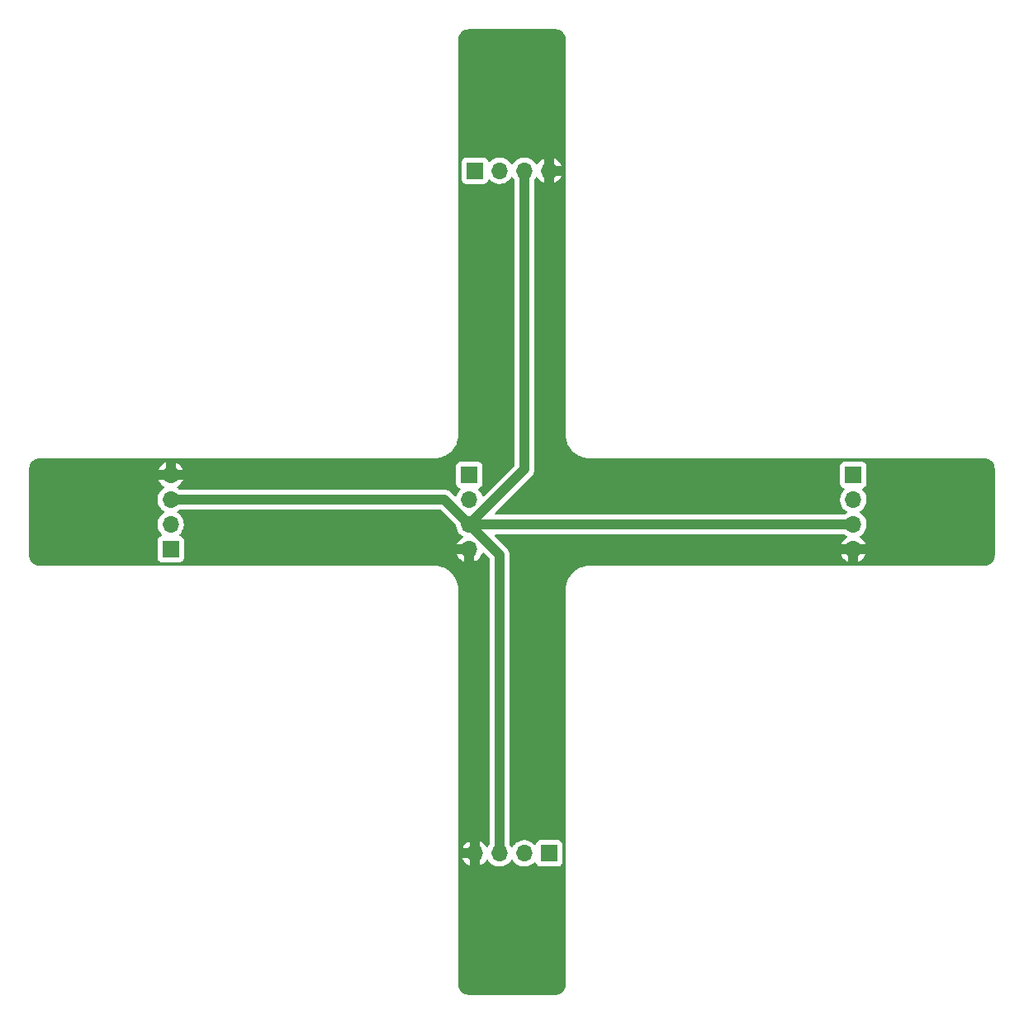
<source format=gbr>
%TF.GenerationSoftware,KiCad,Pcbnew,(6.0.0)*%
%TF.CreationDate,2022-11-17T23:24:07+01:00*%
%TF.ProjectId,Mora,4d6f7261-2e6b-4696-9361-645f70636258,rev?*%
%TF.SameCoordinates,Original*%
%TF.FileFunction,Copper,L2,Bot*%
%TF.FilePolarity,Positive*%
%FSLAX46Y46*%
G04 Gerber Fmt 4.6, Leading zero omitted, Abs format (unit mm)*
G04 Created by KiCad (PCBNEW (6.0.0)) date 2022-11-17 23:24:07*
%MOMM*%
%LPD*%
G01*
G04 APERTURE LIST*
%TA.AperFunction,ComponentPad*%
%ADD10R,1.700000X1.700000*%
%TD*%
%TA.AperFunction,ComponentPad*%
%ADD11O,1.700000X1.700000*%
%TD*%
%TA.AperFunction,Conductor*%
%ADD12C,1.000000*%
%TD*%
G04 APERTURE END LIST*
D10*
%TO.P,M5,1,PWM*%
%TO.N,Net-(M1-Pad1)*%
X134199999Y-43000000D03*
D11*
%TO.P,M5,2,Tacho*%
%TO.N,unconnected-(M5-Pad2)*%
X136739999Y-43000000D03*
%TO.P,M5,3,12V*%
%TO.N,+12V*%
X139279999Y-43000000D03*
%TO.P,M5,4,GND*%
%TO.N,GND*%
X141819999Y-43000000D03*
%TD*%
D10*
%TO.P,M4,1,PWM*%
%TO.N,Net-(M1-Pad1)*%
X102999999Y-81800000D03*
D11*
%TO.P,M4,2,Tacho*%
%TO.N,unconnected-(M4-Pad2)*%
X102999999Y-79260000D03*
%TO.P,M4,3,12V*%
%TO.N,+12V*%
X102999999Y-76720000D03*
%TO.P,M4,4,GND*%
%TO.N,GND*%
X102999999Y-74180000D03*
%TD*%
%TO.P,M3,4,GND*%
%TO.N,GND*%
X134179999Y-113000000D03*
%TO.P,M3,3,12V*%
%TO.N,+12V*%
X136719999Y-113000000D03*
%TO.P,M3,2,Tacho*%
%TO.N,Net-(M1-Pad2)*%
X139259999Y-113000000D03*
D10*
%TO.P,M3,1,PWM*%
%TO.N,Net-(M1-Pad1)*%
X141799999Y-113000000D03*
%TD*%
D11*
%TO.P,M2,4,GND*%
%TO.N,GND*%
X172999999Y-81820000D03*
%TO.P,M2,3,12V*%
%TO.N,+12V*%
X172999999Y-79280000D03*
%TO.P,M2,2,Tacho*%
%TO.N,unconnected-(M2-Pad2)*%
X172999999Y-76740000D03*
D10*
%TO.P,M2,1,PWM*%
%TO.N,Net-(M1-Pad1)*%
X172999999Y-74200000D03*
%TD*%
D11*
%TO.P,M1,4,GND*%
%TO.N,GND*%
X133624999Y-81820000D03*
%TO.P,M1,3,12V*%
%TO.N,+12V*%
X133624999Y-79280000D03*
%TO.P,M1,2,Tacho*%
%TO.N,Net-(M1-Pad2)*%
X133624999Y-76740000D03*
D10*
%TO.P,M1,1,PWM*%
%TO.N,Net-(M1-Pad1)*%
X133624999Y-74200000D03*
%TD*%
D12*
%TO.N,+12V*%
X131064999Y-76720000D02*
X102999999Y-76720000D01*
X131064999Y-76720000D02*
X133624999Y-79280000D01*
X172999999Y-79280000D02*
X133624999Y-79280000D01*
X139279999Y-73625000D02*
X139279999Y-43000000D01*
X133624999Y-79280000D02*
X139279999Y-73625000D01*
X136719999Y-82375000D02*
X133624999Y-79280000D01*
X136719999Y-82375000D02*
X136719999Y-113000000D01*
%TD*%
%TA.AperFunction,Conductor*%
%TO.N,GND*%
G36*
X142470056Y-28509500D02*
G01*
X142484857Y-28511805D01*
X142484860Y-28511805D01*
X142493729Y-28513186D01*
X142506377Y-28511532D01*
X142533691Y-28510948D01*
X142612681Y-28517859D01*
X142661280Y-28522111D01*
X142682903Y-28525923D01*
X142795887Y-28556197D01*
X142828635Y-28564972D01*
X142849274Y-28572484D01*
X142986009Y-28636245D01*
X143005029Y-28647227D01*
X143128617Y-28733764D01*
X143145442Y-28747882D01*
X143252117Y-28854557D01*
X143266235Y-28871382D01*
X143352772Y-28994970D01*
X143363754Y-29013990D01*
X143427515Y-29150725D01*
X143435027Y-29171364D01*
X143474075Y-29317092D01*
X143477889Y-29338722D01*
X143488448Y-29459419D01*
X143487895Y-29475879D01*
X143488304Y-29475884D01*
X143488194Y-29484858D01*
X143486813Y-29493730D01*
X143487977Y-29502632D01*
X143487977Y-29502635D01*
X143490935Y-29525251D01*
X143491999Y-29541589D01*
X143491999Y-69946793D01*
X143490253Y-69967697D01*
X143486928Y-69987461D01*
X143486775Y-70000000D01*
X143487465Y-70004815D01*
X143487626Y-70007290D01*
X143488194Y-70012885D01*
X143489055Y-70027120D01*
X143505734Y-70302858D01*
X143560426Y-70601301D01*
X143650692Y-70890975D01*
X143652254Y-70894445D01*
X143652256Y-70894451D01*
X143712954Y-71029315D01*
X143775216Y-71167656D01*
X143777185Y-71170913D01*
X143777187Y-71170917D01*
X143889782Y-71357171D01*
X143932183Y-71427311D01*
X143934524Y-71430299D01*
X143934526Y-71430302D01*
X143980924Y-71489524D01*
X144119303Y-71666152D01*
X144333847Y-71880696D01*
X144572688Y-72067816D01*
X144638329Y-72107497D01*
X144829082Y-72222812D01*
X144829086Y-72222814D01*
X144832343Y-72224783D01*
X144943885Y-72274984D01*
X145105548Y-72347743D01*
X145105554Y-72347745D01*
X145109024Y-72349307D01*
X145398698Y-72439573D01*
X145697141Y-72494265D01*
X145700932Y-72494494D01*
X145700938Y-72494495D01*
X145878994Y-72505264D01*
X145969212Y-72510721D01*
X145982516Y-72512239D01*
X145987460Y-72513071D01*
X145993937Y-72513150D01*
X145995140Y-72513165D01*
X145995144Y-72513165D01*
X145999999Y-72513224D01*
X146027587Y-72509273D01*
X146045450Y-72508000D01*
X186450671Y-72508000D01*
X186470056Y-72509500D01*
X186484857Y-72511805D01*
X186484860Y-72511805D01*
X186493729Y-72513186D01*
X186506377Y-72511532D01*
X186533691Y-72510948D01*
X186612681Y-72517859D01*
X186661280Y-72522111D01*
X186682903Y-72525923D01*
X186795887Y-72556197D01*
X186828635Y-72564972D01*
X186849274Y-72572484D01*
X186986009Y-72636245D01*
X187005029Y-72647227D01*
X187128617Y-72733764D01*
X187145442Y-72747882D01*
X187252117Y-72854557D01*
X187266235Y-72871382D01*
X187352772Y-72994970D01*
X187363754Y-73013990D01*
X187427515Y-73150725D01*
X187435027Y-73171364D01*
X187470911Y-73305283D01*
X187474075Y-73317092D01*
X187477888Y-73338719D01*
X187481728Y-73382609D01*
X187488448Y-73459419D01*
X187487895Y-73475879D01*
X187488304Y-73475884D01*
X187488194Y-73484858D01*
X187486813Y-73493730D01*
X187487977Y-73502632D01*
X187487977Y-73502635D01*
X187490935Y-73525251D01*
X187491999Y-73541589D01*
X187491999Y-82450672D01*
X187490499Y-82470056D01*
X187486813Y-82493730D01*
X187488453Y-82506270D01*
X187488467Y-82506375D01*
X187489051Y-82533692D01*
X187477889Y-82661278D01*
X187474076Y-82682904D01*
X187469085Y-82701531D01*
X187435027Y-82828636D01*
X187427515Y-82849275D01*
X187363754Y-82986010D01*
X187352772Y-83005030D01*
X187266235Y-83128618D01*
X187252117Y-83145443D01*
X187145442Y-83252118D01*
X187128617Y-83266236D01*
X187005029Y-83352773D01*
X186986009Y-83363755D01*
X186849274Y-83427516D01*
X186828634Y-83435028D01*
X186682903Y-83474077D01*
X186661280Y-83477889D01*
X186617390Y-83481729D01*
X186540580Y-83488449D01*
X186524120Y-83487896D01*
X186524115Y-83488305D01*
X186515141Y-83488195D01*
X186506269Y-83486814D01*
X186497367Y-83487978D01*
X186497364Y-83487978D01*
X186474748Y-83490936D01*
X186458410Y-83492000D01*
X146053206Y-83492000D01*
X146032302Y-83490254D01*
X146024105Y-83488875D01*
X146012538Y-83486929D01*
X146006210Y-83486852D01*
X146004858Y-83486835D01*
X146004854Y-83486835D01*
X145999999Y-83486776D01*
X145995184Y-83487466D01*
X145992709Y-83487627D01*
X145987114Y-83488195D01*
X145700937Y-83505505D01*
X145700931Y-83505506D01*
X145697141Y-83505735D01*
X145398698Y-83560427D01*
X145109024Y-83650693D01*
X145105554Y-83652255D01*
X145105548Y-83652257D01*
X144970684Y-83712955D01*
X144832343Y-83775217D01*
X144829086Y-83777186D01*
X144829082Y-83777188D01*
X144638329Y-83892503D01*
X144572688Y-83932184D01*
X144333847Y-84119304D01*
X144119303Y-84333848D01*
X143992976Y-84495093D01*
X143934526Y-84569698D01*
X143934524Y-84569701D01*
X143932183Y-84572689D01*
X143930216Y-84575943D01*
X143777187Y-84829083D01*
X143777185Y-84829087D01*
X143775216Y-84832344D01*
X143712954Y-84970685D01*
X143689433Y-85022947D01*
X143650692Y-85109025D01*
X143560426Y-85398699D01*
X143505734Y-85697142D01*
X143505505Y-85700933D01*
X143505504Y-85700939D01*
X143489278Y-85969210D01*
X143487760Y-85982517D01*
X143486928Y-85987461D01*
X143486775Y-86000000D01*
X143487465Y-86004815D01*
X143490726Y-86027588D01*
X143491999Y-86045451D01*
X143491999Y-126450672D01*
X143490499Y-126470056D01*
X143486813Y-126493730D01*
X143488453Y-126506270D01*
X143488467Y-126506375D01*
X143489051Y-126533692D01*
X143477889Y-126661278D01*
X143474075Y-126682908D01*
X143435027Y-126828636D01*
X143427515Y-126849275D01*
X143363754Y-126986010D01*
X143352772Y-127005030D01*
X143266235Y-127128618D01*
X143252117Y-127145443D01*
X143145442Y-127252118D01*
X143128617Y-127266236D01*
X143005029Y-127352773D01*
X142986009Y-127363755D01*
X142849274Y-127427516D01*
X142828634Y-127435028D01*
X142682903Y-127474077D01*
X142661280Y-127477889D01*
X142617390Y-127481729D01*
X142540580Y-127488449D01*
X142524120Y-127487896D01*
X142524115Y-127488305D01*
X142515141Y-127488195D01*
X142506269Y-127486814D01*
X142497367Y-127487978D01*
X142497364Y-127487978D01*
X142474748Y-127490936D01*
X142458410Y-127492000D01*
X133549327Y-127492000D01*
X133529942Y-127490500D01*
X133515141Y-127488195D01*
X133515138Y-127488195D01*
X133506269Y-127486814D01*
X133493621Y-127488468D01*
X133466307Y-127489052D01*
X133387317Y-127482141D01*
X133338718Y-127477889D01*
X133317095Y-127474077D01*
X133171364Y-127435028D01*
X133150724Y-127427516D01*
X133013989Y-127363755D01*
X132994969Y-127352773D01*
X132871381Y-127266236D01*
X132854556Y-127252118D01*
X132747881Y-127145443D01*
X132733763Y-127128618D01*
X132647226Y-127005030D01*
X132636244Y-126986010D01*
X132572483Y-126849275D01*
X132564971Y-126828636D01*
X132525923Y-126682908D01*
X132522109Y-126661278D01*
X132511550Y-126540581D01*
X132512103Y-126524121D01*
X132511694Y-126524116D01*
X132511804Y-126515142D01*
X132513185Y-126506270D01*
X132511546Y-126493730D01*
X132509063Y-126474749D01*
X132507999Y-126458411D01*
X132507999Y-113509376D01*
X132921071Y-113509376D01*
X132961769Y-113609603D01*
X132966412Y-113618794D01*
X133077693Y-113800388D01*
X133083776Y-113808699D01*
X133223212Y-113969667D01*
X133230579Y-113976883D01*
X133394433Y-114112916D01*
X133402880Y-114118831D01*
X133586755Y-114226279D01*
X133596042Y-114230729D01*
X133663077Y-114256327D01*
X133677133Y-114257442D01*
X133679999Y-114252290D01*
X133679999Y-113518115D01*
X133675524Y-113502876D01*
X133674134Y-113501671D01*
X133666451Y-113500000D01*
X132935379Y-113500000D01*
X132921848Y-113503973D01*
X132921071Y-113509376D01*
X132507999Y-113509376D01*
X132507999Y-112497513D01*
X132920375Y-112497513D01*
X132924192Y-112500000D01*
X133661884Y-112500000D01*
X133677123Y-112495525D01*
X133678328Y-112494135D01*
X133679999Y-112486452D01*
X133679999Y-111752766D01*
X133676026Y-111739235D01*
X133669044Y-111738231D01*
X133656867Y-111742212D01*
X133647358Y-111746209D01*
X133458462Y-111844542D01*
X133449737Y-111850036D01*
X133279432Y-111977905D01*
X133271725Y-111984748D01*
X133124589Y-112138717D01*
X133118103Y-112146727D01*
X132998097Y-112322649D01*
X132992999Y-112331623D01*
X132922468Y-112483570D01*
X132920375Y-112497513D01*
X132507999Y-112497513D01*
X132507999Y-86053208D01*
X132509745Y-86032304D01*
X132512263Y-86017336D01*
X132513070Y-86012540D01*
X132513223Y-86000001D01*
X132512533Y-85995186D01*
X132512372Y-85992711D01*
X132511804Y-85987116D01*
X132494494Y-85700939D01*
X132494493Y-85700933D01*
X132494264Y-85697143D01*
X132439572Y-85398700D01*
X132433808Y-85380201D01*
X132350439Y-85112662D01*
X132350439Y-85112661D01*
X132349306Y-85109026D01*
X132347742Y-85105549D01*
X132242819Y-84872422D01*
X132224782Y-84832345D01*
X132171890Y-84744850D01*
X132069782Y-84575944D01*
X132067815Y-84572690D01*
X132021107Y-84513071D01*
X131900502Y-84359131D01*
X131880695Y-84333849D01*
X131666151Y-84119305D01*
X131430300Y-83934527D01*
X131430298Y-83934526D01*
X131427310Y-83932185D01*
X131361669Y-83892504D01*
X131170916Y-83777189D01*
X131170912Y-83777187D01*
X131167655Y-83775218D01*
X131029315Y-83712956D01*
X130894450Y-83652258D01*
X130894444Y-83652256D01*
X130890974Y-83650694D01*
X130601300Y-83560428D01*
X130302857Y-83505736D01*
X130299066Y-83505507D01*
X130299060Y-83505506D01*
X130121004Y-83494737D01*
X130030786Y-83489280D01*
X130017482Y-83487762D01*
X130017339Y-83487738D01*
X130017340Y-83487738D01*
X130012538Y-83486930D01*
X130006061Y-83486851D01*
X130004858Y-83486836D01*
X130004854Y-83486836D01*
X129999999Y-83486777D01*
X129975721Y-83490254D01*
X129972411Y-83490728D01*
X129954548Y-83492001D01*
X110590252Y-83492001D01*
X89549327Y-83492000D01*
X89529942Y-83490500D01*
X89515141Y-83488195D01*
X89515138Y-83488195D01*
X89506269Y-83486814D01*
X89493621Y-83488468D01*
X89466307Y-83489052D01*
X89387317Y-83482141D01*
X89338718Y-83477889D01*
X89317095Y-83474077D01*
X89171364Y-83435028D01*
X89150724Y-83427516D01*
X89013989Y-83363755D01*
X88994969Y-83352773D01*
X88871381Y-83266236D01*
X88854556Y-83252118D01*
X88747881Y-83145443D01*
X88733763Y-83128618D01*
X88647226Y-83005030D01*
X88636244Y-82986010D01*
X88572483Y-82849275D01*
X88564971Y-82828636D01*
X88530913Y-82701531D01*
X88525922Y-82682904D01*
X88522109Y-82661278D01*
X88511550Y-82540581D01*
X88512103Y-82524121D01*
X88511694Y-82524116D01*
X88511804Y-82515142D01*
X88513185Y-82506270D01*
X88511546Y-82493730D01*
X88509063Y-82474749D01*
X88507999Y-82458411D01*
X88507999Y-79226695D01*
X101637250Y-79226695D01*
X101637547Y-79231848D01*
X101637547Y-79231851D01*
X101643010Y-79326590D01*
X101650109Y-79449715D01*
X101651246Y-79454761D01*
X101651247Y-79454767D01*
X101671118Y-79542939D01*
X101699221Y-79667639D01*
X101783265Y-79874616D01*
X101899986Y-80065088D01*
X102046249Y-80233938D01*
X102050229Y-80237242D01*
X102054980Y-80241187D01*
X102094615Y-80300090D01*
X102096112Y-80371071D01*
X102058996Y-80431593D01*
X102018723Y-80456112D01*
X101903294Y-80499385D01*
X101786738Y-80586739D01*
X101699384Y-80703295D01*
X101648254Y-80839684D01*
X101641499Y-80901866D01*
X101641499Y-82698134D01*
X101648254Y-82760316D01*
X101699384Y-82896705D01*
X101786738Y-83013261D01*
X101903294Y-83100615D01*
X102039683Y-83151745D01*
X102101865Y-83158500D01*
X103898133Y-83158500D01*
X103960315Y-83151745D01*
X104096704Y-83100615D01*
X104213260Y-83013261D01*
X104300614Y-82896705D01*
X104351744Y-82760316D01*
X104358499Y-82698134D01*
X104358499Y-82329376D01*
X132366071Y-82329376D01*
X132406769Y-82429603D01*
X132411412Y-82438794D01*
X132522693Y-82620388D01*
X132528776Y-82628699D01*
X132668212Y-82789667D01*
X132675579Y-82796883D01*
X132839433Y-82932916D01*
X132847880Y-82938831D01*
X133031755Y-83046279D01*
X133041042Y-83050729D01*
X133108077Y-83076327D01*
X133122133Y-83077442D01*
X133124999Y-83072290D01*
X133124999Y-82338115D01*
X133120524Y-82322876D01*
X133119134Y-82321671D01*
X133111451Y-82320000D01*
X132380379Y-82320000D01*
X132366848Y-82323973D01*
X132366071Y-82329376D01*
X104358499Y-82329376D01*
X104358499Y-80901866D01*
X104351744Y-80839684D01*
X104300614Y-80703295D01*
X104213260Y-80586739D01*
X104096704Y-80499385D01*
X104075436Y-80491412D01*
X103978202Y-80454960D01*
X103921438Y-80412318D01*
X103896738Y-80345756D01*
X103911946Y-80276408D01*
X103933492Y-80247727D01*
X104018025Y-80163489D01*
X104038095Y-80143489D01*
X104097593Y-80060689D01*
X104165434Y-79966277D01*
X104168452Y-79962077D01*
X104257545Y-79781811D01*
X104265135Y-79766453D01*
X104265136Y-79766451D01*
X104267429Y-79761811D01*
X104332369Y-79548069D01*
X104361528Y-79326590D01*
X104362584Y-79283365D01*
X104363073Y-79263365D01*
X104363073Y-79263361D01*
X104363155Y-79260000D01*
X104344851Y-79037361D01*
X104290430Y-78820702D01*
X104201353Y-78615840D01*
X104161905Y-78554862D01*
X104082821Y-78432617D01*
X104082819Y-78432614D01*
X104080013Y-78428277D01*
X103929669Y-78263051D01*
X103925618Y-78259852D01*
X103925614Y-78259848D01*
X103758413Y-78127800D01*
X103758409Y-78127798D01*
X103754358Y-78124598D01*
X103713052Y-78101796D01*
X103663083Y-78051364D01*
X103648311Y-77981921D01*
X103673427Y-77915516D01*
X103700779Y-77888909D01*
X103851820Y-77781173D01*
X103879859Y-77761173D01*
X103882885Y-77758157D01*
X103947587Y-77729570D01*
X103963975Y-77728500D01*
X130595074Y-77728500D01*
X130663195Y-77748502D01*
X130684169Y-77765405D01*
X132234238Y-79315474D01*
X132268264Y-79377786D01*
X132270934Y-79397315D01*
X132275109Y-79469715D01*
X132276246Y-79474761D01*
X132276247Y-79474767D01*
X132296118Y-79562939D01*
X132324221Y-79687639D01*
X132408265Y-79894616D01*
X132524986Y-80085088D01*
X132671249Y-80253938D01*
X132843125Y-80396632D01*
X132901761Y-80430896D01*
X132916954Y-80439774D01*
X132965678Y-80491412D01*
X132978749Y-80561195D01*
X132952018Y-80626967D01*
X132911561Y-80660327D01*
X132903456Y-80664546D01*
X132894737Y-80670036D01*
X132724432Y-80797905D01*
X132716725Y-80804748D01*
X132569589Y-80958717D01*
X132563103Y-80966727D01*
X132443097Y-81142649D01*
X132437999Y-81151623D01*
X132367468Y-81303570D01*
X132365375Y-81317513D01*
X132369192Y-81320000D01*
X133998999Y-81320000D01*
X134067120Y-81340002D01*
X134113613Y-81393658D01*
X134124999Y-81446000D01*
X134124999Y-83069221D01*
X134128972Y-83082752D01*
X134132841Y-83083308D01*
X134133866Y-83082992D01*
X134318094Y-82992739D01*
X134326944Y-82987464D01*
X134500327Y-82863792D01*
X134508199Y-82857139D01*
X134659051Y-82706812D01*
X134665729Y-82698965D01*
X134790002Y-82526020D01*
X134795312Y-82517183D01*
X134889669Y-82326267D01*
X134893465Y-82316680D01*
X134912074Y-82255430D01*
X134951015Y-82196066D01*
X135015869Y-82167178D01*
X135086046Y-82177939D01*
X135121728Y-82202963D01*
X135674594Y-82755829D01*
X135708620Y-82818141D01*
X135711499Y-82844924D01*
X135711499Y-112038381D01*
X135691497Y-112106502D01*
X135676593Y-112125432D01*
X135660628Y-112142138D01*
X135553203Y-112299618D01*
X135552897Y-112300066D01*
X135497986Y-112345069D01*
X135427461Y-112353240D01*
X135363714Y-112321986D01*
X135343017Y-112297502D01*
X135262425Y-112172926D01*
X135256135Y-112164757D01*
X135112805Y-112007240D01*
X135105272Y-112000215D01*
X134938138Y-111868222D01*
X134929551Y-111862517D01*
X134743113Y-111759597D01*
X134733704Y-111755369D01*
X134697075Y-111742398D01*
X134682995Y-111741626D01*
X134679999Y-111747337D01*
X134679999Y-114249221D01*
X134683972Y-114262752D01*
X134687841Y-114263308D01*
X134688866Y-114262992D01*
X134873094Y-114172739D01*
X134881944Y-114167464D01*
X135055327Y-114043792D01*
X135063199Y-114037139D01*
X135214051Y-113886812D01*
X135220729Y-113878965D01*
X135348021Y-113701819D01*
X135349278Y-113702722D01*
X135396372Y-113659362D01*
X135466310Y-113647145D01*
X135531750Y-113674678D01*
X135559578Y-113706511D01*
X135619986Y-113805088D01*
X135766249Y-113973938D01*
X135938125Y-114116632D01*
X136130999Y-114229338D01*
X136339691Y-114309030D01*
X136344759Y-114310061D01*
X136344762Y-114310062D01*
X136452016Y-114331883D01*
X136558596Y-114353567D01*
X136563771Y-114353757D01*
X136563773Y-114353757D01*
X136776672Y-114361564D01*
X136776676Y-114361564D01*
X136781836Y-114361753D01*
X136786956Y-114361097D01*
X136786958Y-114361097D01*
X136998287Y-114334025D01*
X136998288Y-114334025D01*
X137003415Y-114333368D01*
X137008365Y-114331883D01*
X137212428Y-114270661D01*
X137212433Y-114270659D01*
X137217383Y-114269174D01*
X137417993Y-114170896D01*
X137599859Y-114041173D01*
X137758095Y-113883489D01*
X137888452Y-113702077D01*
X137889775Y-113703028D01*
X137936644Y-113659857D01*
X138006579Y-113647625D01*
X138072025Y-113675144D01*
X138099874Y-113706994D01*
X138159986Y-113805088D01*
X138306249Y-113973938D01*
X138478125Y-114116632D01*
X138670999Y-114229338D01*
X138879691Y-114309030D01*
X138884759Y-114310061D01*
X138884762Y-114310062D01*
X138992016Y-114331883D01*
X139098596Y-114353567D01*
X139103771Y-114353757D01*
X139103773Y-114353757D01*
X139316672Y-114361564D01*
X139316676Y-114361564D01*
X139321836Y-114361753D01*
X139326956Y-114361097D01*
X139326958Y-114361097D01*
X139538287Y-114334025D01*
X139538288Y-114334025D01*
X139543415Y-114333368D01*
X139548365Y-114331883D01*
X139752428Y-114270661D01*
X139752433Y-114270659D01*
X139757383Y-114269174D01*
X139957993Y-114170896D01*
X140139859Y-114041173D01*
X140248090Y-113933319D01*
X140310461Y-113899404D01*
X140381267Y-113904592D01*
X140438029Y-113947238D01*
X140455011Y-113978341D01*
X140499384Y-114096705D01*
X140586738Y-114213261D01*
X140703294Y-114300615D01*
X140839683Y-114351745D01*
X140901865Y-114358500D01*
X142698133Y-114358500D01*
X142760315Y-114351745D01*
X142896704Y-114300615D01*
X143013260Y-114213261D01*
X143100614Y-114096705D01*
X143151744Y-113960316D01*
X143158499Y-113898134D01*
X143158499Y-112101866D01*
X143151744Y-112039684D01*
X143100614Y-111903295D01*
X143013260Y-111786739D01*
X142896704Y-111699385D01*
X142760315Y-111648255D01*
X142698133Y-111641500D01*
X140901865Y-111641500D01*
X140839683Y-111648255D01*
X140703294Y-111699385D01*
X140586738Y-111786739D01*
X140499384Y-111903295D01*
X140496232Y-111911703D01*
X140454918Y-112021907D01*
X140412276Y-112078671D01*
X140345715Y-112103371D01*
X140276366Y-112088163D01*
X140243742Y-112062476D01*
X140193150Y-112006875D01*
X140193141Y-112006866D01*
X140189669Y-112003051D01*
X140185618Y-111999852D01*
X140185614Y-111999848D01*
X140018413Y-111867800D01*
X140018409Y-111867798D01*
X140014358Y-111864598D01*
X139978027Y-111844542D01*
X139962135Y-111835769D01*
X139818788Y-111756638D01*
X139813919Y-111754914D01*
X139813915Y-111754912D01*
X139613086Y-111683795D01*
X139613082Y-111683794D01*
X139608211Y-111682069D01*
X139603118Y-111681162D01*
X139603115Y-111681161D01*
X139393372Y-111643800D01*
X139393366Y-111643799D01*
X139388283Y-111642894D01*
X139314451Y-111641992D01*
X139170080Y-111640228D01*
X139170078Y-111640228D01*
X139164910Y-111640165D01*
X138944090Y-111673955D01*
X138731755Y-111743357D01*
X138533606Y-111846507D01*
X138529473Y-111849610D01*
X138529470Y-111849612D01*
X138359099Y-111977530D01*
X138354964Y-111980635D01*
X138329540Y-112007240D01*
X138234683Y-112106502D01*
X138200628Y-112142138D01*
X138093200Y-112299621D01*
X138038292Y-112344621D01*
X137967767Y-112352792D01*
X137904020Y-112321538D01*
X137883323Y-112297054D01*
X137802824Y-112172621D01*
X137802819Y-112172615D01*
X137800013Y-112168277D01*
X137780122Y-112146417D01*
X137761305Y-112125737D01*
X137730253Y-112061891D01*
X137728499Y-112040938D01*
X137728499Y-82436843D01*
X137729236Y-82423236D01*
X137732658Y-82391738D01*
X137732658Y-82391733D01*
X137733323Y-82385612D01*
X137728949Y-82335612D01*
X137728620Y-82330786D01*
X137728551Y-82329376D01*
X171741071Y-82329376D01*
X171781769Y-82429603D01*
X171786412Y-82438794D01*
X171897693Y-82620388D01*
X171903776Y-82628699D01*
X172043212Y-82789667D01*
X172050579Y-82796883D01*
X172214433Y-82932916D01*
X172222880Y-82938831D01*
X172406755Y-83046279D01*
X172416042Y-83050729D01*
X172483077Y-83076327D01*
X172497133Y-83077442D01*
X172499999Y-83072290D01*
X172499999Y-83069221D01*
X173499999Y-83069221D01*
X173503972Y-83082752D01*
X173507841Y-83083308D01*
X173508866Y-83082992D01*
X173693094Y-82992739D01*
X173701944Y-82987464D01*
X173875327Y-82863792D01*
X173883199Y-82857139D01*
X174034051Y-82706812D01*
X174040729Y-82698965D01*
X174165002Y-82526020D01*
X174170312Y-82517183D01*
X174262249Y-82331164D01*
X174262323Y-82323233D01*
X174255415Y-82320000D01*
X173518114Y-82320000D01*
X173502875Y-82324475D01*
X173501670Y-82325865D01*
X173499999Y-82333548D01*
X173499999Y-83069221D01*
X172499999Y-83069221D01*
X172499999Y-82338115D01*
X172495524Y-82322876D01*
X172494134Y-82321671D01*
X172486451Y-82320000D01*
X171755379Y-82320000D01*
X171741848Y-82323973D01*
X171741071Y-82329376D01*
X137728551Y-82329376D01*
X137728499Y-82328314D01*
X137728499Y-82325231D01*
X137727325Y-82313262D01*
X137724309Y-82282494D01*
X137724187Y-82281181D01*
X137720314Y-82236916D01*
X137716086Y-82188587D01*
X137714599Y-82183468D01*
X137714079Y-82178167D01*
X137687208Y-82089166D01*
X137686873Y-82088033D01*
X137662629Y-82004586D01*
X137662627Y-82004582D01*
X137660908Y-81998664D01*
X137658455Y-81993932D01*
X137656915Y-81988831D01*
X137613268Y-81906740D01*
X137612656Y-81905574D01*
X137572728Y-81828547D01*
X137569891Y-81823074D01*
X137566568Y-81818911D01*
X137564065Y-81814204D01*
X137505244Y-81742082D01*
X137504553Y-81741226D01*
X137473261Y-81702027D01*
X137470757Y-81699523D01*
X137470115Y-81698805D01*
X137466414Y-81694472D01*
X137439064Y-81660938D01*
X137403736Y-81631712D01*
X137394957Y-81623723D01*
X136274829Y-80503595D01*
X136240803Y-80441283D01*
X136245868Y-80370468D01*
X136288415Y-80313632D01*
X136354935Y-80288821D01*
X136363924Y-80288500D01*
X172042392Y-80288500D01*
X172110513Y-80308502D01*
X172122876Y-80317555D01*
X172218125Y-80396632D01*
X172276761Y-80430896D01*
X172291954Y-80439774D01*
X172340678Y-80491412D01*
X172353749Y-80561195D01*
X172327018Y-80626967D01*
X172286561Y-80660327D01*
X172278456Y-80664546D01*
X172269737Y-80670036D01*
X172099432Y-80797905D01*
X172091725Y-80804748D01*
X171944589Y-80958717D01*
X171938103Y-80966727D01*
X171818097Y-81142649D01*
X171812999Y-81151623D01*
X171742468Y-81303570D01*
X171740375Y-81317513D01*
X171744192Y-81320000D01*
X174245375Y-81320000D01*
X174258906Y-81316027D01*
X174259616Y-81311089D01*
X174202971Y-81180814D01*
X174198104Y-81171739D01*
X174082425Y-80992926D01*
X174076135Y-80984757D01*
X173932805Y-80827240D01*
X173925272Y-80820215D01*
X173758138Y-80688222D01*
X173749555Y-80682520D01*
X173712601Y-80662120D01*
X173662630Y-80611687D01*
X173647858Y-80542245D01*
X173672974Y-80475839D01*
X173700326Y-80449232D01*
X173752078Y-80412318D01*
X173879859Y-80321173D01*
X173887427Y-80313632D01*
X174034434Y-80167137D01*
X174038095Y-80163489D01*
X174052467Y-80143489D01*
X174165434Y-79986277D01*
X174168452Y-79982077D01*
X174180630Y-79957438D01*
X174265135Y-79786453D01*
X174265136Y-79786451D01*
X174267429Y-79781811D01*
X174332369Y-79568069D01*
X174361528Y-79346590D01*
X174363155Y-79280000D01*
X174344851Y-79057361D01*
X174290430Y-78840702D01*
X174201353Y-78635840D01*
X174080013Y-78448277D01*
X173929669Y-78283051D01*
X173925618Y-78279852D01*
X173925614Y-78279848D01*
X173758413Y-78147800D01*
X173758409Y-78147798D01*
X173754358Y-78144598D01*
X173713052Y-78121796D01*
X173663083Y-78071364D01*
X173648311Y-78001921D01*
X173673427Y-77935516D01*
X173700779Y-77908909D01*
X173744602Y-77877650D01*
X173879859Y-77781173D01*
X173912645Y-77748502D01*
X174034434Y-77627137D01*
X174038095Y-77623489D01*
X174097593Y-77540689D01*
X174165434Y-77446277D01*
X174168452Y-77442077D01*
X174267429Y-77241811D01*
X174332369Y-77028069D01*
X174361528Y-76806590D01*
X174363155Y-76740000D01*
X174344851Y-76517361D01*
X174290430Y-76300702D01*
X174201353Y-76095840D01*
X174123432Y-75975392D01*
X174082821Y-75912617D01*
X174082819Y-75912614D01*
X174080013Y-75908277D01*
X174061385Y-75887805D01*
X173932797Y-75746488D01*
X173901745Y-75682642D01*
X173910140Y-75612143D01*
X173955316Y-75557375D01*
X173981760Y-75543706D01*
X174088296Y-75503767D01*
X174096704Y-75500615D01*
X174213260Y-75413261D01*
X174300614Y-75296705D01*
X174351744Y-75160316D01*
X174358499Y-75098134D01*
X174358499Y-73301866D01*
X174351744Y-73239684D01*
X174300614Y-73103295D01*
X174213260Y-72986739D01*
X174096704Y-72899385D01*
X173960315Y-72848255D01*
X173898133Y-72841500D01*
X172101865Y-72841500D01*
X172039683Y-72848255D01*
X171903294Y-72899385D01*
X171786738Y-72986739D01*
X171699384Y-73103295D01*
X171648254Y-73239684D01*
X171641499Y-73301866D01*
X171641499Y-75098134D01*
X171648254Y-75160316D01*
X171699384Y-75296705D01*
X171786738Y-75413261D01*
X171903294Y-75500615D01*
X171911703Y-75503767D01*
X171911704Y-75503768D01*
X172020450Y-75544535D01*
X172077215Y-75587176D01*
X172101915Y-75653738D01*
X172086708Y-75723087D01*
X172067315Y-75749568D01*
X171947463Y-75874986D01*
X171940628Y-75882138D01*
X171814742Y-76066680D01*
X171799002Y-76100590D01*
X171729971Y-76249305D01*
X171720687Y-76269305D01*
X171660988Y-76484570D01*
X171637250Y-76706695D01*
X171637547Y-76711848D01*
X171637547Y-76711851D01*
X171643010Y-76806590D01*
X171650109Y-76929715D01*
X171651246Y-76934761D01*
X171651247Y-76934767D01*
X171671118Y-77022939D01*
X171699221Y-77147639D01*
X171783265Y-77354616D01*
X171899986Y-77545088D01*
X172046249Y-77713938D01*
X172218125Y-77856632D01*
X172257218Y-77879476D01*
X172291444Y-77899476D01*
X172340168Y-77951114D01*
X172353239Y-78020897D01*
X172326508Y-78086669D01*
X172286054Y-78120027D01*
X172273606Y-78126507D01*
X172269473Y-78129610D01*
X172269470Y-78129612D01*
X172114110Y-78246260D01*
X172047625Y-78271166D01*
X172038457Y-78271500D01*
X136363924Y-78271500D01*
X136295803Y-78251498D01*
X136249310Y-78197842D01*
X136239206Y-78127568D01*
X136268700Y-78062988D01*
X136274829Y-78056405D01*
X139949378Y-74381855D01*
X139959521Y-74372753D01*
X139984217Y-74352897D01*
X139989024Y-74349032D01*
X140021291Y-74310578D01*
X140024471Y-74306931D01*
X140026114Y-74305119D01*
X140028308Y-74302925D01*
X140055641Y-74269651D01*
X140056347Y-74268800D01*
X140112194Y-74202244D01*
X140116153Y-74197526D01*
X140118721Y-74192856D01*
X140122102Y-74188739D01*
X140166014Y-74106842D01*
X140166623Y-74105720D01*
X140208465Y-74029611D01*
X140208467Y-74029606D01*
X140211432Y-74024213D01*
X140213043Y-74019135D01*
X140215562Y-74014437D01*
X140242752Y-73925502D01*
X140243135Y-73924272D01*
X140269370Y-73841570D01*
X140271234Y-73835694D01*
X140271827Y-73830403D01*
X140273387Y-73825302D01*
X140282794Y-73732689D01*
X140282914Y-73731569D01*
X140288499Y-73681773D01*
X140288499Y-73678244D01*
X140288554Y-73677261D01*
X140289003Y-73671556D01*
X140289051Y-73671089D01*
X140293373Y-73628537D01*
X140289058Y-73582888D01*
X140288499Y-73571031D01*
X140288499Y-43963970D01*
X140308501Y-43895849D01*
X140316459Y-43885120D01*
X140318095Y-43883489D01*
X140448452Y-43702077D01*
X140449639Y-43702930D01*
X140496959Y-43659362D01*
X140566896Y-43647145D01*
X140632337Y-43674678D01*
X140660165Y-43706511D01*
X140717693Y-43800388D01*
X140723776Y-43808699D01*
X140863212Y-43969667D01*
X140870579Y-43976883D01*
X141034433Y-44112916D01*
X141042880Y-44118831D01*
X141226755Y-44226279D01*
X141236042Y-44230729D01*
X141303077Y-44256327D01*
X141317133Y-44257442D01*
X141319999Y-44252290D01*
X141319999Y-44249221D01*
X142319999Y-44249221D01*
X142323972Y-44262752D01*
X142327841Y-44263308D01*
X142328866Y-44262992D01*
X142513094Y-44172739D01*
X142521944Y-44167464D01*
X142695327Y-44043792D01*
X142703199Y-44037139D01*
X142854051Y-43886812D01*
X142860729Y-43878965D01*
X142985002Y-43706020D01*
X142990312Y-43697183D01*
X143082249Y-43511164D01*
X143082323Y-43503233D01*
X143075415Y-43500000D01*
X142338114Y-43500000D01*
X142322875Y-43504475D01*
X142321670Y-43505865D01*
X142319999Y-43513548D01*
X142319999Y-44249221D01*
X141319999Y-44249221D01*
X141319999Y-42481885D01*
X142319999Y-42481885D01*
X142324474Y-42497124D01*
X142325864Y-42498329D01*
X142333547Y-42500000D01*
X143065375Y-42500000D01*
X143078906Y-42496027D01*
X143079616Y-42491089D01*
X143022971Y-42360814D01*
X143018104Y-42351739D01*
X142902425Y-42172926D01*
X142896135Y-42164757D01*
X142752805Y-42007240D01*
X142745272Y-42000215D01*
X142578138Y-41868222D01*
X142569551Y-41862517D01*
X142383113Y-41759597D01*
X142373704Y-41755369D01*
X142337075Y-41742398D01*
X142322995Y-41741626D01*
X142319999Y-41747337D01*
X142319999Y-42481885D01*
X141319999Y-42481885D01*
X141319999Y-41752766D01*
X141316026Y-41739235D01*
X141309044Y-41738231D01*
X141296867Y-41742212D01*
X141287358Y-41746209D01*
X141098462Y-41844542D01*
X141089737Y-41850036D01*
X140919432Y-41977905D01*
X140911725Y-41984748D01*
X140764589Y-42138717D01*
X140758108Y-42146722D01*
X140653497Y-42300074D01*
X140598586Y-42345076D01*
X140528061Y-42353247D01*
X140464314Y-42321993D01*
X140443617Y-42297509D01*
X140362821Y-42172617D01*
X140362819Y-42172614D01*
X140360013Y-42168277D01*
X140209669Y-42003051D01*
X140205618Y-41999852D01*
X140205614Y-41999848D01*
X140038413Y-41867800D01*
X140038409Y-41867798D01*
X140034358Y-41864598D01*
X139998027Y-41844542D01*
X139982135Y-41835769D01*
X139838788Y-41756638D01*
X139833919Y-41754914D01*
X139833915Y-41754912D01*
X139633086Y-41683795D01*
X139633082Y-41683794D01*
X139628211Y-41682069D01*
X139623118Y-41681162D01*
X139623115Y-41681161D01*
X139413372Y-41643800D01*
X139413366Y-41643799D01*
X139408283Y-41642894D01*
X139334451Y-41641992D01*
X139190080Y-41640228D01*
X139190078Y-41640228D01*
X139184910Y-41640165D01*
X138964090Y-41673955D01*
X138751755Y-41743357D01*
X138553606Y-41846507D01*
X138549473Y-41849610D01*
X138549470Y-41849612D01*
X138379099Y-41977530D01*
X138374964Y-41980635D01*
X138371392Y-41984373D01*
X138263728Y-42097037D01*
X138220628Y-42142138D01*
X138113200Y-42299621D01*
X138058292Y-42344621D01*
X137987767Y-42352792D01*
X137924020Y-42321538D01*
X137903323Y-42297054D01*
X137822821Y-42172617D01*
X137822819Y-42172614D01*
X137820013Y-42168277D01*
X137669669Y-42003051D01*
X137665618Y-41999852D01*
X137665614Y-41999848D01*
X137498413Y-41867800D01*
X137498409Y-41867798D01*
X137494358Y-41864598D01*
X137458027Y-41844542D01*
X137442135Y-41835769D01*
X137298788Y-41756638D01*
X137293919Y-41754914D01*
X137293915Y-41754912D01*
X137093086Y-41683795D01*
X137093082Y-41683794D01*
X137088211Y-41682069D01*
X137083118Y-41681162D01*
X137083115Y-41681161D01*
X136873372Y-41643800D01*
X136873366Y-41643799D01*
X136868283Y-41642894D01*
X136794451Y-41641992D01*
X136650080Y-41640228D01*
X136650078Y-41640228D01*
X136644910Y-41640165D01*
X136424090Y-41673955D01*
X136211755Y-41743357D01*
X136013606Y-41846507D01*
X136009473Y-41849610D01*
X136009470Y-41849612D01*
X135839099Y-41977530D01*
X135834964Y-41980635D01*
X135778536Y-42039684D01*
X135754282Y-42065064D01*
X135692758Y-42100494D01*
X135621845Y-42097037D01*
X135564059Y-42055791D01*
X135545206Y-42022243D01*
X135503766Y-41911703D01*
X135500614Y-41903295D01*
X135413260Y-41786739D01*
X135296704Y-41699385D01*
X135160315Y-41648255D01*
X135098133Y-41641500D01*
X133301865Y-41641500D01*
X133239683Y-41648255D01*
X133103294Y-41699385D01*
X132986738Y-41786739D01*
X132899384Y-41903295D01*
X132848254Y-42039684D01*
X132841499Y-42101866D01*
X132841499Y-43898134D01*
X132848254Y-43960316D01*
X132899384Y-44096705D01*
X132986738Y-44213261D01*
X133103294Y-44300615D01*
X133239683Y-44351745D01*
X133301865Y-44358500D01*
X135098133Y-44358500D01*
X135160315Y-44351745D01*
X135296704Y-44300615D01*
X135413260Y-44213261D01*
X135500614Y-44096705D01*
X135522798Y-44037529D01*
X135544597Y-43979382D01*
X135587239Y-43922618D01*
X135653801Y-43897918D01*
X135723149Y-43913126D01*
X135757816Y-43941114D01*
X135786249Y-43973938D01*
X135958125Y-44116632D01*
X136150999Y-44229338D01*
X136359691Y-44309030D01*
X136364759Y-44310061D01*
X136364762Y-44310062D01*
X136472016Y-44331883D01*
X136578596Y-44353567D01*
X136583771Y-44353757D01*
X136583773Y-44353757D01*
X136796672Y-44361564D01*
X136796676Y-44361564D01*
X136801836Y-44361753D01*
X136806956Y-44361097D01*
X136806958Y-44361097D01*
X137018287Y-44334025D01*
X137018288Y-44334025D01*
X137023415Y-44333368D01*
X137028365Y-44331883D01*
X137232428Y-44270661D01*
X137232433Y-44270659D01*
X137237383Y-44269174D01*
X137437993Y-44170896D01*
X137619859Y-44041173D01*
X137778095Y-43883489D01*
X137908452Y-43702077D01*
X137909775Y-43703028D01*
X137956644Y-43659857D01*
X138026579Y-43647625D01*
X138092025Y-43675144D01*
X138119874Y-43706994D01*
X138179986Y-43805088D01*
X138183366Y-43808990D01*
X138240736Y-43875219D01*
X138270219Y-43939804D01*
X138271499Y-43957717D01*
X138271499Y-73155076D01*
X138251497Y-73223197D01*
X138234594Y-73244171D01*
X135124934Y-76353831D01*
X135062622Y-76387857D01*
X134991807Y-76382792D01*
X134934971Y-76340245D01*
X134916626Y-76305465D01*
X134915430Y-76300702D01*
X134826353Y-76095840D01*
X134748432Y-75975392D01*
X134707821Y-75912617D01*
X134707819Y-75912614D01*
X134705013Y-75908277D01*
X134686385Y-75887805D01*
X134557797Y-75746488D01*
X134526745Y-75682642D01*
X134535140Y-75612143D01*
X134580316Y-75557375D01*
X134606760Y-75543706D01*
X134713296Y-75503767D01*
X134721704Y-75500615D01*
X134838260Y-75413261D01*
X134925614Y-75296705D01*
X134976744Y-75160316D01*
X134983499Y-75098134D01*
X134983499Y-73301866D01*
X134976744Y-73239684D01*
X134925614Y-73103295D01*
X134838260Y-72986739D01*
X134721704Y-72899385D01*
X134585315Y-72848255D01*
X134523133Y-72841500D01*
X132726865Y-72841500D01*
X132664683Y-72848255D01*
X132528294Y-72899385D01*
X132411738Y-72986739D01*
X132324384Y-73103295D01*
X132273254Y-73239684D01*
X132266499Y-73301866D01*
X132266499Y-75098134D01*
X132273254Y-75160316D01*
X132324384Y-75296705D01*
X132411738Y-75413261D01*
X132528294Y-75500615D01*
X132536703Y-75503767D01*
X132536704Y-75503768D01*
X132645450Y-75544535D01*
X132702215Y-75587176D01*
X132726915Y-75653738D01*
X132711708Y-75723087D01*
X132692315Y-75749568D01*
X132572463Y-75874986D01*
X132565628Y-75882138D01*
X132439742Y-76066680D01*
X132424002Y-76100590D01*
X132354971Y-76249305D01*
X132345687Y-76269305D01*
X132337173Y-76300006D01*
X132299694Y-76360303D01*
X132235565Y-76390766D01*
X132165147Y-76381722D01*
X132126661Y-76355428D01*
X131821854Y-76050621D01*
X131812752Y-76040478D01*
X131792896Y-76015782D01*
X131789031Y-76010975D01*
X131750577Y-75978708D01*
X131746930Y-75975528D01*
X131745118Y-75973885D01*
X131742924Y-75971691D01*
X131709650Y-75944358D01*
X131708852Y-75943696D01*
X131637525Y-75883846D01*
X131632855Y-75881278D01*
X131628738Y-75877897D01*
X131546913Y-75834023D01*
X131545754Y-75833394D01*
X131469618Y-75791538D01*
X131469610Y-75791535D01*
X131464212Y-75788567D01*
X131459130Y-75786955D01*
X131454436Y-75784438D01*
X131365468Y-75757238D01*
X131364440Y-75756918D01*
X131275693Y-75728765D01*
X131270397Y-75728171D01*
X131265301Y-75726613D01*
X131172742Y-75717210D01*
X131171606Y-75717089D01*
X131137991Y-75713319D01*
X131125269Y-75711892D01*
X131125265Y-75711892D01*
X131121772Y-75711500D01*
X131118245Y-75711500D01*
X131117260Y-75711445D01*
X131111580Y-75710998D01*
X131082174Y-75708011D01*
X131074662Y-75707248D01*
X131074660Y-75707248D01*
X131068537Y-75706626D01*
X131026258Y-75710623D01*
X131022890Y-75710941D01*
X131011032Y-75711500D01*
X103958798Y-75711500D01*
X103890677Y-75691498D01*
X103880706Y-75684382D01*
X103758413Y-75587800D01*
X103758409Y-75587798D01*
X103754358Y-75584598D01*
X103712568Y-75561529D01*
X103662597Y-75511097D01*
X103647825Y-75441654D01*
X103672941Y-75375248D01*
X103700293Y-75348641D01*
X103875327Y-75223792D01*
X103883199Y-75217139D01*
X104034051Y-75066812D01*
X104040729Y-75058965D01*
X104165002Y-74886020D01*
X104170312Y-74877183D01*
X104262249Y-74691164D01*
X104262323Y-74683233D01*
X104255415Y-74680000D01*
X101755379Y-74680000D01*
X101741848Y-74683973D01*
X101741071Y-74689376D01*
X101781769Y-74789603D01*
X101786412Y-74798794D01*
X101897693Y-74980388D01*
X101903776Y-74988699D01*
X102043212Y-75149667D01*
X102050579Y-75156883D01*
X102214433Y-75292916D01*
X102222880Y-75298831D01*
X102291968Y-75339203D01*
X102340692Y-75390842D01*
X102353763Y-75460625D01*
X102327032Y-75526396D01*
X102286583Y-75559752D01*
X102273606Y-75566507D01*
X102269473Y-75569610D01*
X102269470Y-75569612D01*
X102246968Y-75586507D01*
X102094964Y-75700635D01*
X101940628Y-75862138D01*
X101937714Y-75866410D01*
X101937713Y-75866411D01*
X101867230Y-75969735D01*
X101814742Y-76046680D01*
X101720687Y-76249305D01*
X101660988Y-76464570D01*
X101637250Y-76686695D01*
X101637547Y-76691848D01*
X101637547Y-76691851D01*
X101643970Y-76803240D01*
X101650109Y-76909715D01*
X101651246Y-76914761D01*
X101651247Y-76914767D01*
X101675303Y-77021508D01*
X101699221Y-77127639D01*
X101783265Y-77334616D01*
X101899986Y-77525088D01*
X102046249Y-77693938D01*
X102218125Y-77836632D01*
X102252351Y-77856632D01*
X102291444Y-77879476D01*
X102340168Y-77931114D01*
X102353239Y-78000897D01*
X102326508Y-78066669D01*
X102286054Y-78100027D01*
X102273606Y-78106507D01*
X102269473Y-78109610D01*
X102269470Y-78109612D01*
X102151959Y-78197842D01*
X102094964Y-78240635D01*
X101940628Y-78402138D01*
X101937714Y-78406410D01*
X101937713Y-78406411D01*
X101852555Y-78531249D01*
X101814742Y-78586680D01*
X101720687Y-78789305D01*
X101660988Y-79004570D01*
X101637250Y-79226695D01*
X88507999Y-79226695D01*
X88507999Y-73677513D01*
X101740375Y-73677513D01*
X101744192Y-73680000D01*
X102481884Y-73680000D01*
X102497123Y-73675525D01*
X102498328Y-73674135D01*
X102499999Y-73666452D01*
X102499999Y-73661885D01*
X103499999Y-73661885D01*
X103504474Y-73677124D01*
X103505864Y-73678329D01*
X103513547Y-73680000D01*
X104245375Y-73680000D01*
X104258906Y-73676027D01*
X104259616Y-73671089D01*
X104202971Y-73540814D01*
X104198104Y-73531739D01*
X104082425Y-73352926D01*
X104076135Y-73344757D01*
X103932805Y-73187240D01*
X103925272Y-73180215D01*
X103758138Y-73048222D01*
X103749551Y-73042517D01*
X103563113Y-72939597D01*
X103553704Y-72935369D01*
X103517075Y-72922398D01*
X103502995Y-72921626D01*
X103499999Y-72927337D01*
X103499999Y-73661885D01*
X102499999Y-73661885D01*
X102499999Y-72932766D01*
X102496026Y-72919235D01*
X102489044Y-72918231D01*
X102476867Y-72922212D01*
X102467358Y-72926209D01*
X102278462Y-73024542D01*
X102269737Y-73030036D01*
X102099432Y-73157905D01*
X102091725Y-73164748D01*
X101944589Y-73318717D01*
X101938103Y-73326727D01*
X101818097Y-73502649D01*
X101812999Y-73511623D01*
X101742468Y-73663570D01*
X101740375Y-73677513D01*
X88507999Y-73677513D01*
X88507999Y-73549328D01*
X88509499Y-73529943D01*
X88511804Y-73515142D01*
X88511804Y-73515139D01*
X88513185Y-73506270D01*
X88511531Y-73493622D01*
X88510947Y-73466308D01*
X88517858Y-73387318D01*
X88522110Y-73338719D01*
X88525923Y-73317092D01*
X88529088Y-73305283D01*
X88564971Y-73171364D01*
X88572483Y-73150725D01*
X88636244Y-73013990D01*
X88647226Y-72994970D01*
X88733763Y-72871382D01*
X88747881Y-72854557D01*
X88854556Y-72747882D01*
X88871381Y-72733764D01*
X88994969Y-72647227D01*
X89013989Y-72636245D01*
X89150724Y-72572484D01*
X89171363Y-72564972D01*
X89204111Y-72556197D01*
X89317095Y-72525923D01*
X89338718Y-72522111D01*
X89382608Y-72518271D01*
X89459418Y-72511551D01*
X89475878Y-72512104D01*
X89475883Y-72511695D01*
X89484857Y-72511805D01*
X89493729Y-72513186D01*
X89502631Y-72512022D01*
X89502634Y-72512022D01*
X89525250Y-72509064D01*
X89541588Y-72508000D01*
X129946793Y-72508000D01*
X129967697Y-72509746D01*
X129987461Y-72513071D01*
X129993789Y-72513148D01*
X129995141Y-72513165D01*
X129995145Y-72513165D01*
X130000000Y-72513224D01*
X130004815Y-72512534D01*
X130007290Y-72512373D01*
X130012885Y-72511805D01*
X130299062Y-72494495D01*
X130299068Y-72494494D01*
X130302858Y-72494265D01*
X130601301Y-72439573D01*
X130890975Y-72349307D01*
X130894445Y-72347745D01*
X130894451Y-72347743D01*
X131056114Y-72274984D01*
X131167656Y-72224783D01*
X131170913Y-72222814D01*
X131170917Y-72222812D01*
X131361670Y-72107497D01*
X131427311Y-72067816D01*
X131666152Y-71880696D01*
X131880696Y-71666152D01*
X132019075Y-71489524D01*
X132065473Y-71430302D01*
X132065475Y-71430299D01*
X132067816Y-71427311D01*
X132110217Y-71357171D01*
X132222812Y-71170917D01*
X132222814Y-71170913D01*
X132224783Y-71167656D01*
X132287045Y-71029315D01*
X132347743Y-70894451D01*
X132347745Y-70894445D01*
X132349307Y-70890975D01*
X132439573Y-70601301D01*
X132494265Y-70302858D01*
X132499741Y-70212334D01*
X132510721Y-70030790D01*
X132512239Y-70017483D01*
X132512263Y-70017340D01*
X132513071Y-70012539D01*
X132513224Y-70000000D01*
X132509273Y-69972412D01*
X132508000Y-69954549D01*
X132507999Y-29549328D01*
X132509499Y-29529943D01*
X132511804Y-29515142D01*
X132511804Y-29515139D01*
X132513185Y-29506270D01*
X132511531Y-29493622D01*
X132510947Y-29466308D01*
X132522109Y-29338722D01*
X132525923Y-29317092D01*
X132564971Y-29171364D01*
X132572483Y-29150725D01*
X132636244Y-29013990D01*
X132647226Y-28994970D01*
X132733763Y-28871382D01*
X132747881Y-28854557D01*
X132854556Y-28747882D01*
X132871381Y-28733764D01*
X132994969Y-28647227D01*
X133013989Y-28636245D01*
X133150724Y-28572484D01*
X133171363Y-28564972D01*
X133204111Y-28556197D01*
X133317095Y-28525923D01*
X133338718Y-28522111D01*
X133382608Y-28518271D01*
X133459418Y-28511551D01*
X133475878Y-28512104D01*
X133475883Y-28511695D01*
X133484857Y-28511805D01*
X133493729Y-28513186D01*
X133502631Y-28512022D01*
X133502634Y-28512022D01*
X133525250Y-28509064D01*
X133541588Y-28508000D01*
X142450671Y-28508000D01*
X142470056Y-28509500D01*
G37*
%TD.AperFunction*%
%TD*%
M02*

</source>
